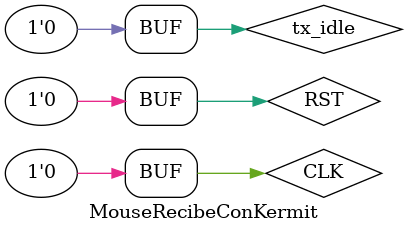
<source format=v>
`timescale 1ns / 1ps


module MouseRecibeConKermit;

	// Inputs
	reg CLK;
	reg RST;
	reg tx_idle;

	// Outputs
	wire STREAM;
	wire FAIL;
	wire [7:0] DatoRec;
	wire [7:0] dataout;
	wire rx_done;

	// Bidirs
	wire PS2CLK;
	wire PS2DATA;

	// Instantiate the Unit Under Test (UUT)
	MouseReciibe uut (
		.CLK(CLK), 
		.RST(RST), 
		.PS2CLK(PS2CLK), 
		.PS2DATA(PS2DATA), 
		.STREAM(STREAM), 
		.FAIL(FAIL), 
		.DatoRec(DatoRec), 
		.dataout(dataout), 
		.rx_done(rx_done), 
		.tx_idle(tx_idle)
	);

	initial begin
		// Initialize Inputs
		CLK = 0;
		RST = 0;
		tx_idle = 0;

		// Wait 100 ns for global reset to finish
		#100;
        
		// Add stimulus here

	end
      
endmodule


</source>
